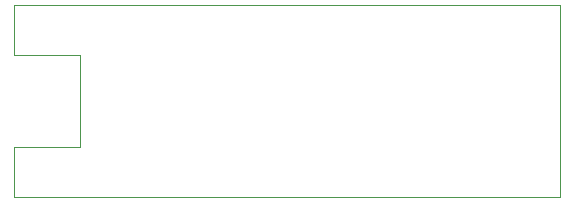
<source format=gbr>
G04 #@! TF.FileFunction,Profile,NP*
%FSLAX46Y46*%
G04 Gerber Fmt 4.6, Leading zero omitted, Abs format (unit mm)*
G04 Created by KiCad (PCBNEW (after 2015-mar-04 BZR unknown)-product) date 16.05.2015 18:47:26*
%MOMM*%
G01*
G04 APERTURE LIST*
%ADD10C,0.100000*%
G04 APERTURE END LIST*
D10*
X183200000Y-96600000D02*
X179000000Y-96600000D01*
X183200000Y-80400000D02*
X183200000Y-96600000D01*
X179000000Y-80400000D02*
X183200000Y-80400000D01*
X137000000Y-84600000D02*
X137000000Y-80400000D01*
X137000000Y-96600000D02*
X137000000Y-92400000D01*
X142600000Y-84600000D02*
X137000000Y-84600000D01*
X142600000Y-92400000D02*
X142600000Y-84600000D01*
X137000000Y-92400000D02*
X142600000Y-92400000D01*
X179000000Y-96600000D02*
X137000000Y-96600000D01*
X137000000Y-80400000D02*
X179000000Y-80400000D01*
M02*

</source>
